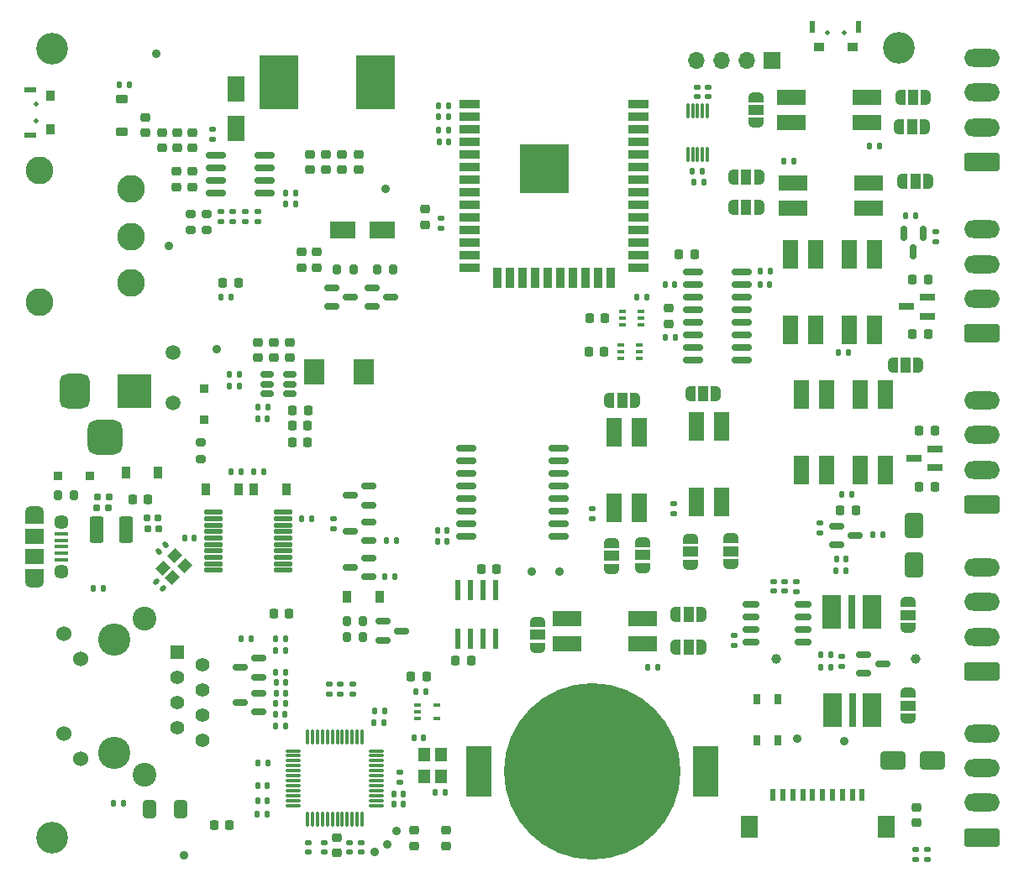
<source format=gbr>
G04 #@! TF.GenerationSoftware,KiCad,Pcbnew,7.0.2*
G04 #@! TF.CreationDate,2023-07-29T12:14:20+03:00*
G04 #@! TF.ProjectId,ELIESTER_V2,454c4945-5354-4455-925f-56322e6b6963,rev?*
G04 #@! TF.SameCoordinates,Original*
G04 #@! TF.FileFunction,Soldermask,Top*
G04 #@! TF.FilePolarity,Negative*
%FSLAX46Y46*%
G04 Gerber Fmt 4.6, Leading zero omitted, Abs format (unit mm)*
G04 Created by KiCad (PCBNEW 7.0.2) date 2023-07-29 12:14:20*
%MOMM*%
%LPD*%
G01*
G04 APERTURE LIST*
G04 Aperture macros list*
%AMRoundRect*
0 Rectangle with rounded corners*
0 $1 Rounding radius*
0 $2 $3 $4 $5 $6 $7 $8 $9 X,Y pos of 4 corners*
0 Add a 4 corners polygon primitive as box body*
4,1,4,$2,$3,$4,$5,$6,$7,$8,$9,$2,$3,0*
0 Add four circle primitives for the rounded corners*
1,1,$1+$1,$2,$3*
1,1,$1+$1,$4,$5*
1,1,$1+$1,$6,$7*
1,1,$1+$1,$8,$9*
0 Add four rect primitives between the rounded corners*
20,1,$1+$1,$2,$3,$4,$5,0*
20,1,$1+$1,$4,$5,$6,$7,0*
20,1,$1+$1,$6,$7,$8,$9,0*
20,1,$1+$1,$8,$9,$2,$3,0*%
%AMRotRect*
0 Rectangle, with rotation*
0 The origin of the aperture is its center*
0 $1 length*
0 $2 width*
0 $3 Rotation angle, in degrees counterclockwise*
0 Add horizontal line*
21,1,$1,$2,0,0,$3*%
%AMFreePoly0*
4,1,19,0.550000,-0.750000,0.000000,-0.750000,0.000000,-0.744911,-0.071157,-0.744911,-0.207708,-0.704816,-0.327430,-0.627875,-0.420627,-0.520320,-0.479746,-0.390866,-0.500000,-0.250000,-0.500000,0.250000,-0.479746,0.390866,-0.420627,0.520320,-0.327430,0.627875,-0.207708,0.704816,-0.071157,0.744911,0.000000,0.744911,0.000000,0.750000,0.550000,0.750000,0.550000,-0.750000,0.550000,-0.750000,
$1*%
%AMFreePoly1*
4,1,19,0.000000,0.744911,0.071157,0.744911,0.207708,0.704816,0.327430,0.627875,0.420627,0.520320,0.479746,0.390866,0.500000,0.250000,0.500000,-0.250000,0.479746,-0.390866,0.420627,-0.520320,0.327430,-0.627875,0.207708,-0.704816,0.071157,-0.744911,0.000000,-0.744911,0.000000,-0.750000,-0.550000,-0.750000,-0.550000,0.750000,0.000000,0.750000,0.000000,0.744911,0.000000,0.744911,
$1*%
G04 Aperture macros list end*
%ADD10RoundRect,0.250001X-0.462499X-1.074999X0.462499X-1.074999X0.462499X1.074999X-0.462499X1.074999X0*%
%ADD11C,1.500000*%
%ADD12RoundRect,0.135000X-0.185000X0.135000X-0.185000X-0.135000X0.185000X-0.135000X0.185000X0.135000X0*%
%ADD13RoundRect,0.075000X0.075000X-0.650000X0.075000X0.650000X-0.075000X0.650000X-0.075000X-0.650000X0*%
%ADD14FreePoly0,0.000000*%
%ADD15R,1.000000X1.500000*%
%ADD16FreePoly1,0.000000*%
%ADD17RoundRect,0.225000X0.225000X0.250000X-0.225000X0.250000X-0.225000X-0.250000X0.225000X-0.250000X0*%
%ADD18R,0.900000X0.950000*%
%ADD19RoundRect,0.140000X0.170000X-0.140000X0.170000X0.140000X-0.170000X0.140000X-0.170000X-0.140000X0*%
%ADD20RoundRect,0.140000X-0.140000X-0.170000X0.140000X-0.170000X0.140000X0.170000X-0.140000X0.170000X0*%
%ADD21RoundRect,0.135000X0.135000X0.185000X-0.135000X0.185000X-0.135000X-0.185000X0.135000X-0.185000X0*%
%ADD22RoundRect,0.225000X0.250000X-0.225000X0.250000X0.225000X-0.250000X0.225000X-0.250000X-0.225000X0*%
%ADD23R,2.500000X1.800000*%
%ADD24RoundRect,0.200000X0.200000X0.275000X-0.200000X0.275000X-0.200000X-0.275000X0.200000X-0.275000X0*%
%ADD25R,3.500000X3.500000*%
%ADD26RoundRect,0.750000X-0.750000X-1.000000X0.750000X-1.000000X0.750000X1.000000X-0.750000X1.000000X0*%
%ADD27RoundRect,0.875000X-0.875000X-0.875000X0.875000X-0.875000X0.875000X0.875000X-0.875000X0.875000X0*%
%ADD28RoundRect,0.135000X0.185000X-0.135000X0.185000X0.135000X-0.185000X0.135000X-0.185000X-0.135000X0*%
%ADD29RoundRect,0.135000X-0.135000X-0.185000X0.135000X-0.185000X0.135000X0.185000X-0.135000X0.185000X0*%
%ADD30R,1.950000X3.500000*%
%ADD31R,0.800000X3.400000*%
%ADD32C,3.200000*%
%ADD33RoundRect,0.218750X-0.218750X-0.256250X0.218750X-0.256250X0.218750X0.256250X-0.218750X0.256250X0*%
%ADD34RoundRect,0.200000X0.275000X-0.200000X0.275000X0.200000X-0.275000X0.200000X-0.275000X-0.200000X0*%
%ADD35RoundRect,0.140000X-0.170000X0.140000X-0.170000X-0.140000X0.170000X-0.140000X0.170000X0.140000X0*%
%ADD36RoundRect,0.140000X0.140000X0.170000X-0.140000X0.170000X-0.140000X-0.170000X0.140000X-0.170000X0*%
%ADD37RoundRect,0.150000X-0.587500X-0.150000X0.587500X-0.150000X0.587500X0.150000X-0.587500X0.150000X0*%
%ADD38RoundRect,0.155000X-0.212500X-0.155000X0.212500X-0.155000X0.212500X0.155000X-0.212500X0.155000X0*%
%ADD39RoundRect,0.250000X0.412500X0.650000X-0.412500X0.650000X-0.412500X-0.650000X0.412500X-0.650000X0*%
%ADD40RoundRect,0.140000X-0.021213X0.219203X-0.219203X0.021213X0.021213X-0.219203X0.219203X-0.021213X0*%
%ADD41FreePoly0,180.000000*%
%ADD42FreePoly1,180.000000*%
%ADD43FreePoly0,270.000000*%
%ADD44R,1.500000X1.000000*%
%ADD45FreePoly1,270.000000*%
%ADD46R,0.900000X1.200000*%
%ADD47RoundRect,0.250000X1.550000X-0.650000X1.550000X0.650000X-1.550000X0.650000X-1.550000X-0.650000X0*%
%ADD48O,3.600000X1.800000*%
%ADD49R,1.600000X3.000000*%
%ADD50RoundRect,0.250000X-1.000000X-0.650000X1.000000X-0.650000X1.000000X0.650000X-1.000000X0.650000X0*%
%ADD51RoundRect,0.155000X0.212500X0.155000X-0.212500X0.155000X-0.212500X-0.155000X0.212500X-0.155000X0*%
%ADD52FreePoly0,90.000000*%
%ADD53FreePoly1,90.000000*%
%ADD54RoundRect,0.150000X0.587500X0.150000X-0.587500X0.150000X-0.587500X-0.150000X0.587500X-0.150000X0*%
%ADD55C,0.500000*%
%ADD56R,1.000000X0.900000*%
%ADD57R,0.600000X1.200000*%
%ADD58RoundRect,0.225000X-0.250000X0.225000X-0.250000X-0.225000X0.250000X-0.225000X0.250000X0.225000X0*%
%ADD59RoundRect,0.150000X0.875000X0.150000X-0.875000X0.150000X-0.875000X-0.150000X0.875000X-0.150000X0*%
%ADD60RoundRect,0.075000X-0.662500X-0.075000X0.662500X-0.075000X0.662500X0.075000X-0.662500X0.075000X0*%
%ADD61RoundRect,0.075000X-0.075000X-0.662500X0.075000X-0.662500X0.075000X0.662500X-0.075000X0.662500X0*%
%ADD62R,2.000000X2.500000*%
%ADD63R,0.650000X0.400000*%
%ADD64RoundRect,0.070000X0.650000X0.300000X-0.650000X0.300000X-0.650000X-0.300000X0.650000X-0.300000X0*%
%ADD65R,1.800000X2.500000*%
%ADD66RoundRect,0.200000X-0.275000X0.200000X-0.275000X-0.200000X0.275000X-0.200000X0.275000X0.200000X0*%
%ADD67RoundRect,0.218750X0.218750X0.256250X-0.218750X0.256250X-0.218750X-0.256250X0.218750X-0.256250X0*%
%ADD68RoundRect,0.218750X0.256250X-0.218750X0.256250X0.218750X-0.256250X0.218750X-0.256250X-0.218750X0*%
%ADD69R,4.000000X5.500000*%
%ADD70R,1.350000X0.400000*%
%ADD71O,1.900000X1.200000*%
%ADD72R,1.900000X1.200000*%
%ADD73C,1.450000*%
%ADD74R,1.900000X1.500000*%
%ADD75R,1.700000X1.700000*%
%ADD76O,1.700000X1.700000*%
%ADD77RoundRect,0.200000X-0.200000X-0.275000X0.200000X-0.275000X0.200000X0.275000X-0.200000X0.275000X0*%
%ADD78RoundRect,0.125000X-0.825000X-0.125000X0.825000X-0.125000X0.825000X0.125000X-0.825000X0.125000X0*%
%ADD79RoundRect,0.225000X-0.225000X-0.250000X0.225000X-0.250000X0.225000X0.250000X-0.225000X0.250000X0*%
%ADD80RoundRect,0.140000X0.219203X0.021213X0.021213X0.219203X-0.219203X-0.021213X-0.021213X-0.219203X0*%
%ADD81R,3.000000X1.600000*%
%ADD82R,0.900000X1.000000*%
%ADD83R,1.200000X0.600000*%
%ADD84C,0.900000*%
%ADD85R,0.950000X0.900000*%
%ADD86C,2.800000*%
%ADD87RoundRect,0.250000X-0.650000X1.000000X-0.650000X-1.000000X0.650000X-1.000000X0.650000X1.000000X0*%
%ADD88R,2.000000X0.900000*%
%ADD89R,0.900000X2.000000*%
%ADD90R,5.000000X5.000000*%
%ADD91C,3.250000*%
%ADD92R,1.400000X1.400000*%
%ADD93C,1.400000*%
%ADD94C,1.530000*%
%ADD95C,2.400000*%
%ADD96RoundRect,0.150000X-0.825000X-0.150000X0.825000X-0.150000X0.825000X0.150000X-0.825000X0.150000X0*%
%ADD97R,0.650000X1.050000*%
%ADD98R,0.600000X2.000000*%
%ADD99RoundRect,0.150000X-0.675000X-0.150000X0.675000X-0.150000X0.675000X0.150000X-0.675000X0.150000X0*%
%ADD100RoundRect,0.150000X-0.150000X0.587500X-0.150000X-0.587500X0.150000X-0.587500X0.150000X0.587500X0*%
%ADD101R,0.600000X1.300000*%
%ADD102R,1.800000X2.200000*%
%ADD103RotRect,1.150000X1.000000X225.000000*%
%ADD104R,1.200000X1.400000*%
%ADD105R,2.500000X5.100000*%
%ADD106C,17.800000*%
%ADD107RoundRect,0.150000X0.512500X0.150000X-0.512500X0.150000X-0.512500X-0.150000X0.512500X-0.150000X0*%
%ADD108RoundRect,0.225000X0.375000X-0.225000X0.375000X0.225000X-0.375000X0.225000X-0.375000X-0.225000X0*%
%ADD109C,1.000000*%
G04 APERTURE END LIST*
D10*
X168452500Y-106760000D03*
X171427500Y-106760000D03*
D11*
X176200000Y-88880000D03*
X176200000Y-93980000D03*
D12*
X183450000Y-74690000D03*
X183450000Y-75710000D03*
D13*
X228050000Y-68950000D03*
X228550000Y-68950000D03*
X229050000Y-68950000D03*
X229550000Y-68950000D03*
X230050000Y-68950000D03*
X230050000Y-64550000D03*
X229550000Y-64550000D03*
X229050000Y-64550000D03*
X228550000Y-64550000D03*
X228050000Y-64550000D03*
D14*
X249705000Y-71690000D03*
D15*
X251005000Y-71690000D03*
D16*
X252305000Y-71690000D03*
D17*
X219725000Y-85450000D03*
X218175000Y-85450000D03*
D18*
X164625000Y-101400000D03*
X167775000Y-101400000D03*
D19*
X239000000Y-113010000D03*
X239000000Y-112050000D03*
D20*
X200470000Y-127800000D03*
X201430000Y-127800000D03*
D21*
X251010000Y-75150000D03*
X249990000Y-75150000D03*
D22*
X186362500Y-89425000D03*
X186362500Y-87875000D03*
D23*
X193290000Y-76575000D03*
X197290000Y-76575000D03*
D24*
X166225000Y-103350000D03*
X164575000Y-103350000D03*
D12*
X218400000Y-104640000D03*
X218400000Y-105660000D03*
D21*
X188510000Y-72800000D03*
X187490000Y-72800000D03*
D25*
X172300000Y-92800000D03*
D26*
X166300000Y-92800000D03*
D27*
X169300000Y-97500000D03*
D28*
X232750000Y-118510000D03*
X232750000Y-117490000D03*
D12*
X226650000Y-104140000D03*
X226650000Y-105160000D03*
D29*
X170190000Y-134350000D03*
X171210000Y-134350000D03*
X243540000Y-103200000D03*
X244560000Y-103200000D03*
D14*
X232655000Y-71240000D03*
D15*
X233955000Y-71240000D03*
D16*
X235255000Y-71240000D03*
D30*
X242612500Y-124950000D03*
X246662500Y-124950000D03*
D31*
X244637500Y-124950000D03*
D32*
X164000000Y-58300000D03*
D20*
X235370000Y-82050000D03*
X236330000Y-82050000D03*
D22*
X175050000Y-68275000D03*
X175050000Y-66725000D03*
D33*
X243425000Y-104800000D03*
X245000000Y-104800000D03*
D19*
X230150000Y-63100000D03*
X230150000Y-62140000D03*
D20*
X198445000Y-133450000D03*
X199405000Y-133450000D03*
D17*
X189775000Y-94740000D03*
X188225000Y-94740000D03*
D12*
X199025000Y-131290000D03*
X199025000Y-132310000D03*
D34*
X178980000Y-99655000D03*
X178980000Y-98005000D03*
D35*
X181050000Y-74720000D03*
X181050000Y-75680000D03*
D36*
X243980000Y-110900000D03*
X243020000Y-110900000D03*
X185655000Y-132650000D03*
X184695000Y-132650000D03*
D37*
X192212500Y-82400000D03*
X192212500Y-84300000D03*
X194087500Y-83350000D03*
X197362500Y-116050000D03*
X197362500Y-117950000D03*
X199237500Y-117000000D03*
D38*
X173552500Y-105610000D03*
X174687500Y-105610000D03*
D39*
X176962500Y-135000000D03*
X173837500Y-135000000D03*
D40*
X174710589Y-109014411D03*
X175389411Y-108335589D03*
D41*
X251970000Y-66155000D03*
D15*
X250670000Y-66155000D03*
D42*
X249370000Y-66155000D03*
D43*
X220350000Y-108150000D03*
D44*
X220350000Y-109450000D03*
D45*
X220350000Y-110750000D03*
D29*
X184665000Y-135450000D03*
X185685000Y-135450000D03*
X181852500Y-91100000D03*
X182872500Y-91100000D03*
D36*
X226780000Y-87400000D03*
X225820000Y-87400000D03*
D37*
X196212500Y-82400000D03*
X196212500Y-84300000D03*
X198087500Y-83350000D03*
D36*
X177370000Y-107625000D03*
X178330000Y-107625000D03*
D46*
X193750000Y-113600000D03*
X197050000Y-113600000D03*
D47*
X257735000Y-104250000D03*
D48*
X257735000Y-100750000D03*
X257735000Y-97250000D03*
X257735000Y-93750000D03*
D49*
X244380000Y-86610000D03*
X246920000Y-86610000D03*
X246920000Y-78990000D03*
X244380000Y-78990000D03*
D50*
X248700000Y-130050000D03*
X252700000Y-130050000D03*
D51*
X169627500Y-104600000D03*
X168492500Y-104600000D03*
D19*
X182200000Y-75680000D03*
X182200000Y-74720000D03*
D12*
X194300000Y-122380000D03*
X194300000Y-123400000D03*
D35*
X251050000Y-139070000D03*
X251050000Y-140030000D03*
D52*
X232400000Y-110250000D03*
D44*
X232400000Y-108950000D03*
D53*
X232400000Y-107650000D03*
D54*
X195887500Y-111550000D03*
X195887500Y-109650000D03*
X194012500Y-110600000D03*
D49*
X245480000Y-100810000D03*
X248020000Y-100810000D03*
X248020000Y-93190000D03*
X245480000Y-93190000D03*
D19*
X229050000Y-63130000D03*
X229050000Y-62170000D03*
D49*
X239530000Y-100760000D03*
X242070000Y-100760000D03*
X242070000Y-93140000D03*
X239530000Y-93140000D03*
D29*
X200675000Y-123100000D03*
X201695000Y-123100000D03*
D19*
X195125000Y-139330000D03*
X195125000Y-138370000D03*
D55*
X242100000Y-56700000D03*
X243800000Y-56700000D03*
D56*
X241250000Y-58100000D03*
X244650000Y-58100000D03*
D57*
X240650000Y-56100000D03*
X245250000Y-56100000D03*
D58*
X176550000Y-70675000D03*
X176550000Y-72225000D03*
D29*
X187490000Y-73950000D03*
X188510000Y-73950000D03*
D59*
X215050000Y-107445000D03*
X215050000Y-106175000D03*
X215050000Y-104905000D03*
X215050000Y-103635000D03*
X215050000Y-102365000D03*
X215050000Y-101095000D03*
X215050000Y-99825000D03*
X215050000Y-98555000D03*
X205750000Y-98555000D03*
X205750000Y-99825000D03*
X205750000Y-101095000D03*
X205750000Y-102365000D03*
X205750000Y-103635000D03*
X205750000Y-104905000D03*
X205750000Y-106175000D03*
X205750000Y-107445000D03*
D60*
X188325000Y-129100000D03*
X188325000Y-129600000D03*
X188325000Y-130100000D03*
X188325000Y-130600000D03*
X188325000Y-131100000D03*
X188325000Y-131600000D03*
X188325000Y-132100000D03*
X188325000Y-132600000D03*
X188325000Y-133100000D03*
X188325000Y-133600000D03*
X188325000Y-134100000D03*
X188325000Y-134600000D03*
D61*
X189737500Y-136012500D03*
X190237500Y-136012500D03*
X190737500Y-136012500D03*
X191237500Y-136012500D03*
X191737500Y-136012500D03*
X192237500Y-136012500D03*
X192737500Y-136012500D03*
X193237500Y-136012500D03*
X193737500Y-136012500D03*
X194237500Y-136012500D03*
X194737500Y-136012500D03*
X195237500Y-136012500D03*
D60*
X196650000Y-134600000D03*
X196650000Y-134100000D03*
X196650000Y-133600000D03*
X196650000Y-133100000D03*
X196650000Y-132600000D03*
X196650000Y-132100000D03*
X196650000Y-131600000D03*
X196650000Y-131100000D03*
X196650000Y-130600000D03*
X196650000Y-130100000D03*
X196650000Y-129600000D03*
X196650000Y-129100000D03*
D61*
X195237500Y-127687500D03*
X194737500Y-127687500D03*
X194237500Y-127687500D03*
X193737500Y-127687500D03*
X193237500Y-127687500D03*
X192737500Y-127687500D03*
X192237500Y-127687500D03*
X191737500Y-127687500D03*
X191237500Y-127687500D03*
X190737500Y-127687500D03*
X190237500Y-127687500D03*
X189737500Y-127687500D03*
D36*
X203930000Y-64000000D03*
X202970000Y-64000000D03*
D62*
X190370000Y-90840000D03*
X195370000Y-90840000D03*
D63*
X200835000Y-124500000D03*
X200835000Y-125150000D03*
X200835000Y-125800000D03*
X202735000Y-125800000D03*
X202735000Y-124500000D03*
D54*
X184800000Y-121650000D03*
X184800000Y-119750000D03*
X182925000Y-120700000D03*
D29*
X170780000Y-61950000D03*
X171800000Y-61950000D03*
D64*
X252937500Y-100550000D03*
X252937500Y-98650000D03*
X250837500Y-99600000D03*
D63*
X223200000Y-89500000D03*
X223200000Y-88850000D03*
X223200000Y-88200000D03*
X221300000Y-88200000D03*
X221300000Y-88850000D03*
X221300000Y-89500000D03*
D46*
X174700000Y-101000000D03*
X171400000Y-101000000D03*
D43*
X250300000Y-123250000D03*
D44*
X250300000Y-124550000D03*
D45*
X250300000Y-125850000D03*
D21*
X229560000Y-70600000D03*
X228540000Y-70600000D03*
D36*
X244030000Y-109770000D03*
X243070000Y-109770000D03*
X203945000Y-67630000D03*
X202985000Y-67630000D03*
D22*
X178125000Y-68275000D03*
X178125000Y-66725000D03*
D65*
X182550000Y-66300000D03*
X182550000Y-62300000D03*
D66*
X179600000Y-74925000D03*
X179600000Y-76575000D03*
D67*
X181875000Y-136600000D03*
X180300000Y-136600000D03*
D29*
X186540000Y-121150000D03*
X187560000Y-121150000D03*
D36*
X187530000Y-122200000D03*
X186570000Y-122200000D03*
D49*
X238430000Y-86610000D03*
X240970000Y-86610000D03*
X240970000Y-78990000D03*
X238430000Y-78990000D03*
D29*
X241452500Y-119400000D03*
X242472500Y-119400000D03*
D41*
X229450000Y-115350000D03*
D15*
X228150000Y-115350000D03*
D42*
X226850000Y-115350000D03*
D58*
X190690000Y-78800000D03*
X190690000Y-80350000D03*
D68*
X201550000Y-76037500D03*
X201550000Y-74462500D03*
D69*
X186825000Y-61635000D03*
X196625000Y-61635000D03*
D70*
X164912500Y-107200000D03*
X164912500Y-107850000D03*
X164912500Y-108500000D03*
X164912500Y-109150000D03*
X164912500Y-109800000D03*
D71*
X162212500Y-105000000D03*
D72*
X162212500Y-105600000D03*
D73*
X164912500Y-106000000D03*
D74*
X162212500Y-107500000D03*
X162212500Y-109500000D03*
D73*
X164912500Y-111000000D03*
D72*
X162212500Y-111400000D03*
D71*
X162212500Y-112000000D03*
D21*
X229710000Y-71750000D03*
X228690000Y-71750000D03*
D20*
X186570000Y-123300000D03*
X187530000Y-123300000D03*
D22*
X187962500Y-89425000D03*
X187962500Y-87875000D03*
D32*
X164000000Y-137900000D03*
D21*
X182860000Y-92350000D03*
X181840000Y-92350000D03*
D54*
X184800000Y-125200000D03*
X184800000Y-123300000D03*
X182925000Y-124250000D03*
D17*
X189750000Y-97940000D03*
X188200000Y-97940000D03*
D58*
X194900000Y-68925000D03*
X194900000Y-70475000D03*
D17*
X219625000Y-88850000D03*
X218075000Y-88850000D03*
D46*
X184350000Y-102725000D03*
X187650000Y-102725000D03*
D33*
X250712500Y-81550000D03*
X252287500Y-81550000D03*
D12*
X191950000Y-122330000D03*
X191950000Y-123350000D03*
D20*
X202620000Y-133300000D03*
X203580000Y-133300000D03*
D75*
X236530000Y-59475000D03*
D76*
X233990000Y-59475000D03*
X231450000Y-59475000D03*
X228910000Y-59475000D03*
D36*
X203820000Y-106905000D03*
X202860000Y-106905000D03*
D21*
X184290000Y-100925000D03*
X185310000Y-100925000D03*
D77*
X192725000Y-80550000D03*
X194375000Y-80550000D03*
D29*
X186540000Y-117800000D03*
X187560000Y-117800000D03*
D47*
X257735000Y-121100000D03*
D48*
X257735000Y-117600000D03*
X257735000Y-114100000D03*
X257735000Y-110600000D03*
D28*
X243612500Y-120610000D03*
X243612500Y-119590000D03*
D41*
X252070000Y-63155000D03*
D15*
X250770000Y-63155000D03*
D42*
X249470000Y-63155000D03*
D12*
X192350000Y-105690000D03*
X192350000Y-106710000D03*
D29*
X186540000Y-118950000D03*
X187560000Y-118950000D03*
D43*
X223550000Y-108050000D03*
D44*
X223550000Y-109350000D03*
D45*
X223550000Y-110650000D03*
D78*
X187250000Y-105025000D03*
X187250000Y-105675000D03*
X187250000Y-106325000D03*
X187250000Y-106975000D03*
X187250000Y-107625000D03*
X187250000Y-108275000D03*
X187250000Y-108925000D03*
X187250000Y-109575000D03*
X187250000Y-110225000D03*
X187250000Y-110875000D03*
X180250000Y-110875000D03*
X180250000Y-110225000D03*
X180250000Y-109575000D03*
X180250000Y-108925000D03*
X180250000Y-108275000D03*
X180250000Y-107625000D03*
X180250000Y-106975000D03*
X180250000Y-106325000D03*
X180250000Y-105675000D03*
X180250000Y-105025000D03*
D35*
X189800000Y-138370000D03*
X189800000Y-139330000D03*
D33*
X251400000Y-102500000D03*
X252975000Y-102500000D03*
D19*
X180175000Y-67400000D03*
X180175000Y-66440000D03*
D36*
X203930000Y-65150000D03*
X202970000Y-65150000D03*
D68*
X200500000Y-138687500D03*
X200500000Y-137112500D03*
D29*
X183060000Y-100925000D03*
X182040000Y-100925000D03*
D79*
X207250000Y-110800000D03*
X208800000Y-110800000D03*
D36*
X185655000Y-134100000D03*
X184695000Y-134100000D03*
D80*
X174460589Y-112035589D03*
X175139411Y-112714411D03*
D54*
X195887500Y-107900000D03*
X195887500Y-106000000D03*
X194012500Y-106950000D03*
D20*
X235390000Y-80750000D03*
X236350000Y-80750000D03*
D52*
X250300000Y-116700000D03*
D44*
X250300000Y-115400000D03*
D53*
X250300000Y-114100000D03*
D29*
X186490000Y-126600000D03*
X187510000Y-126600000D03*
X196415000Y-126250000D03*
X197435000Y-126250000D03*
D81*
X238690000Y-71830000D03*
X238690000Y-74370000D03*
X246310000Y-74370000D03*
X246310000Y-71830000D03*
D17*
X189750000Y-96320000D03*
X188200000Y-96320000D03*
D35*
X193975000Y-138370000D03*
X193975000Y-139330000D03*
D51*
X169737500Y-103460000D03*
X168602500Y-103460000D03*
D35*
X191400000Y-138370000D03*
X191400000Y-139330000D03*
D28*
X203200000Y-76360000D03*
X203200000Y-75340000D03*
D55*
X162400000Y-65550000D03*
X162400000Y-63850000D03*
D82*
X163800000Y-66400000D03*
X163800000Y-63000000D03*
D83*
X161800000Y-62400000D03*
X161800000Y-67000000D03*
D58*
X178150000Y-70675000D03*
X178150000Y-72225000D03*
D35*
X252200000Y-139070000D03*
X252200000Y-140030000D03*
D84*
X198700000Y-137200000D03*
D77*
X193675000Y-116000000D03*
X195325000Y-116000000D03*
D54*
X195937500Y-104300000D03*
X195937500Y-102400000D03*
X194062500Y-103350000D03*
D29*
X186490000Y-124350000D03*
X187510000Y-124350000D03*
X202955000Y-66480000D03*
X203975000Y-66480000D03*
D85*
X179330000Y-95670000D03*
X179330000Y-92520000D03*
D14*
X232655000Y-74240000D03*
D15*
X233955000Y-74240000D03*
D16*
X235255000Y-74240000D03*
D84*
X212350000Y-111000000D03*
D68*
X203700000Y-138687500D03*
X203700000Y-137112500D03*
D21*
X238715000Y-69640000D03*
X237695000Y-69640000D03*
D86*
X171950000Y-81925000D03*
X171950000Y-77200000D03*
X171950000Y-72400000D03*
X162750000Y-70550000D03*
X162750000Y-83850000D03*
D29*
X243240000Y-88950000D03*
X244260000Y-88950000D03*
D37*
X243062500Y-106450000D03*
X243062500Y-108350000D03*
X244937500Y-107400000D03*
D87*
X250900000Y-106350000D03*
X250900000Y-110350000D03*
D17*
X206200000Y-120000000D03*
X204650000Y-120000000D03*
D22*
X173400000Y-66775000D03*
X173400000Y-65225000D03*
D29*
X196465000Y-125050000D03*
X197485000Y-125050000D03*
D88*
X206065000Y-63880000D03*
X206065000Y-65150000D03*
X206065000Y-66420000D03*
X206065000Y-67690000D03*
X206065000Y-68960000D03*
X206065000Y-70230000D03*
X206065000Y-71500000D03*
X206065000Y-72770000D03*
X206065000Y-74040000D03*
X206065000Y-75310000D03*
X206065000Y-76580000D03*
X206065000Y-77850000D03*
X206065000Y-79120000D03*
X206065000Y-80390000D03*
D89*
X208850000Y-81390000D03*
X210120000Y-81390000D03*
X211390000Y-81390000D03*
X212660000Y-81390000D03*
X213930000Y-81390000D03*
X215200000Y-81390000D03*
X216470000Y-81390000D03*
X217740000Y-81390000D03*
X219010000Y-81390000D03*
X220280000Y-81390000D03*
D88*
X223065000Y-80390000D03*
X223065000Y-79120000D03*
X223065000Y-77850000D03*
X223065000Y-76580000D03*
X223065000Y-75310000D03*
X223065000Y-74040000D03*
X223065000Y-72770000D03*
X223065000Y-71500000D03*
X223065000Y-70230000D03*
X223065000Y-68960000D03*
X223065000Y-67690000D03*
X223065000Y-66420000D03*
X223065000Y-65150000D03*
X223065000Y-63880000D03*
D90*
X213565000Y-70380000D03*
D22*
X176575000Y-68275000D03*
X176575000Y-66725000D03*
D84*
X196500000Y-139300000D03*
D20*
X186520000Y-125400000D03*
X187480000Y-125400000D03*
D46*
X182800000Y-102725000D03*
X179500000Y-102725000D03*
D20*
X198415000Y-134450000D03*
X199375000Y-134450000D03*
D91*
X170280000Y-117900000D03*
X170280000Y-129330000D03*
D92*
X176630000Y-119170000D03*
D93*
X179170000Y-120440000D03*
X176630000Y-121710000D03*
X179170000Y-122980000D03*
X176630000Y-124250000D03*
X179170000Y-125520000D03*
X176630000Y-126790000D03*
X179170000Y-128060000D03*
D94*
X165200000Y-117290000D03*
X166900000Y-119830000D03*
X165200000Y-127400000D03*
X166900000Y-129940000D03*
D95*
X173330000Y-115740000D03*
X173330000Y-131490000D03*
D21*
X181997500Y-83300000D03*
X180977500Y-83300000D03*
D14*
X248700000Y-90150000D03*
D15*
X250000000Y-90150000D03*
D16*
X251300000Y-90150000D03*
D22*
X184762500Y-89450000D03*
X184762500Y-87900000D03*
D96*
X228575000Y-80805000D03*
X228575000Y-82075000D03*
X228575000Y-83345000D03*
X228575000Y-84615000D03*
X228575000Y-85885000D03*
X228575000Y-87155000D03*
X228575000Y-88425000D03*
X228575000Y-89695000D03*
X233525000Y-89695000D03*
X233525000Y-88425000D03*
X233525000Y-87155000D03*
X233525000Y-85885000D03*
X233525000Y-84615000D03*
X233525000Y-83345000D03*
X233525000Y-82075000D03*
X233525000Y-80805000D03*
D29*
X197540000Y-111550000D03*
X198560000Y-111550000D03*
D21*
X223960000Y-83350000D03*
X222940000Y-83350000D03*
D30*
X242575000Y-115100000D03*
X246625000Y-115100000D03*
D31*
X244600000Y-115100000D03*
D58*
X193225000Y-68910000D03*
X193225000Y-70460000D03*
D28*
X241400000Y-107110000D03*
X241400000Y-106090000D03*
D29*
X168140000Y-112750000D03*
X169160000Y-112750000D03*
D96*
X180475000Y-68995000D03*
X180475000Y-70265000D03*
X180475000Y-71535000D03*
X180475000Y-72805000D03*
X185425000Y-72805000D03*
X185425000Y-71535000D03*
X185425000Y-70265000D03*
X185425000Y-68995000D03*
D58*
X226150000Y-84475000D03*
X226150000Y-86025000D03*
D97*
X237150000Y-123900000D03*
X237150000Y-128050000D03*
X235000000Y-123900000D03*
X235000000Y-128050000D03*
D41*
X230900000Y-93100000D03*
D15*
X229600000Y-93100000D03*
D42*
X228300000Y-93100000D03*
D41*
X222750000Y-93750000D03*
D15*
X221450000Y-93750000D03*
D42*
X220150000Y-93750000D03*
D52*
X228300000Y-110300000D03*
D44*
X228300000Y-109000000D03*
D53*
X228300000Y-107700000D03*
D20*
X190130000Y-105675000D03*
X189170000Y-105675000D03*
D33*
X251400000Y-96800000D03*
X252975000Y-96800000D03*
D98*
X208655000Y-112900000D03*
X207385000Y-112900000D03*
X206115000Y-112900000D03*
X204845000Y-112900000D03*
X204845000Y-117800000D03*
X206115000Y-117800000D03*
X207385000Y-117800000D03*
X208655000Y-117800000D03*
D33*
X250712500Y-87100000D03*
X252287500Y-87100000D03*
D20*
X184730000Y-95600000D03*
X185690000Y-95600000D03*
D81*
X246110000Y-65720000D03*
X246110000Y-63180000D03*
X238490000Y-63180000D03*
X238490000Y-65720000D03*
D63*
X223350000Y-86100000D03*
X223350000Y-85450000D03*
X223350000Y-84800000D03*
X221450000Y-84800000D03*
X221450000Y-85450000D03*
X221450000Y-86100000D03*
D29*
X246370000Y-68105000D03*
X247390000Y-68105000D03*
D49*
X228930000Y-104010000D03*
X231470000Y-104010000D03*
X231470000Y-96390000D03*
X228930000Y-96390000D03*
D19*
X236750000Y-113000000D03*
X236750000Y-112040000D03*
D36*
X185730000Y-130300000D03*
X184770000Y-130300000D03*
D84*
X243850000Y-128150000D03*
D38*
X173602500Y-106720000D03*
X174737500Y-106720000D03*
D47*
X257735000Y-69695000D03*
D48*
X257735000Y-66195000D03*
X257735000Y-62695000D03*
X257735000Y-59195000D03*
D20*
X183070000Y-117800000D03*
X184030000Y-117800000D03*
D41*
X229450000Y-118650000D03*
D15*
X228150000Y-118650000D03*
D42*
X226850000Y-118650000D03*
D22*
X251100000Y-136375000D03*
X251100000Y-134825000D03*
D84*
X175750000Y-78200000D03*
D34*
X177950000Y-76575000D03*
X177950000Y-74925000D03*
D36*
X203800000Y-107955000D03*
X202840000Y-107955000D03*
D29*
X241452500Y-120700000D03*
X242472500Y-120700000D03*
D84*
X174500000Y-58750000D03*
D47*
X257735000Y-137825000D03*
D48*
X257735000Y-134325000D03*
X257735000Y-130825000D03*
X257735000Y-127325000D03*
D58*
X189100000Y-78800000D03*
X189100000Y-80350000D03*
D77*
X196725000Y-80550000D03*
X198375000Y-80550000D03*
D99*
X234437500Y-114345000D03*
X234437500Y-115615000D03*
X234437500Y-116885000D03*
X234437500Y-118155000D03*
X239687500Y-118155000D03*
X239687500Y-116885000D03*
X239687500Y-115615000D03*
X239687500Y-114345000D03*
D33*
X186312500Y-115250000D03*
X187887500Y-115250000D03*
D100*
X251750000Y-76862500D03*
X249850000Y-76862500D03*
X250800000Y-78737500D03*
D29*
X246740000Y-107300000D03*
X247760000Y-107300000D03*
D101*
X236650000Y-133550000D03*
X237650000Y-133550000D03*
X238650000Y-133550000D03*
X239650000Y-133550000D03*
X240650000Y-133550000D03*
X241650000Y-133550000D03*
X242650000Y-133550000D03*
X243650000Y-133550000D03*
X244650000Y-133550000D03*
X245650000Y-133550000D03*
D102*
X234250000Y-136800000D03*
X248050000Y-136800000D03*
D103*
X177363693Y-110401256D03*
X176126256Y-111638693D03*
X175136307Y-110648744D03*
X176373744Y-109411307D03*
D58*
X189950000Y-68925000D03*
X189950000Y-70475000D03*
D19*
X237780000Y-112980000D03*
X237780000Y-112020000D03*
D104*
X201475000Y-129450000D03*
X201475000Y-131650000D03*
X203175000Y-131650000D03*
X203175000Y-129450000D03*
D22*
X192690000Y-139385000D03*
X192690000Y-137835000D03*
D29*
X224050000Y-120650000D03*
X225070000Y-120650000D03*
D84*
X197600000Y-72450000D03*
D77*
X193675000Y-117600000D03*
X195325000Y-117600000D03*
D12*
X193070000Y-122330000D03*
X193070000Y-123350000D03*
D64*
X252200000Y-85250000D03*
X252200000Y-83350000D03*
X250100000Y-84300000D03*
D17*
X228725000Y-79050000D03*
X227175000Y-79050000D03*
D105*
X207000000Y-131150000D03*
X229900000Y-131150000D03*
D106*
X218450000Y-131150000D03*
D84*
X239100000Y-127900000D03*
D49*
X220630000Y-104560000D03*
X223170000Y-104560000D03*
X223170000Y-96940000D03*
X220630000Y-96940000D03*
D67*
X182787500Y-81900000D03*
X181212500Y-81900000D03*
D47*
X257735000Y-87000000D03*
D48*
X257735000Y-83500000D03*
X257735000Y-80000000D03*
X257735000Y-76500000D03*
D36*
X226730000Y-82050000D03*
X225770000Y-82050000D03*
D84*
X215100000Y-111000000D03*
X197800000Y-138500000D03*
D35*
X184750000Y-74720000D03*
X184750000Y-75680000D03*
D84*
X177300000Y-139600000D03*
D37*
X245812500Y-119400000D03*
X245812500Y-121300000D03*
X247687500Y-120350000D03*
D21*
X198710000Y-107900000D03*
X197690000Y-107900000D03*
D33*
X172092500Y-103760000D03*
X173667500Y-103760000D03*
D84*
X180550000Y-88600000D03*
D33*
X200162500Y-121600000D03*
X201737500Y-121600000D03*
D21*
X185720000Y-94450000D03*
X184700000Y-94450000D03*
D58*
X191550000Y-68925000D03*
X191550000Y-70475000D03*
D43*
X212950000Y-116100000D03*
D44*
X212950000Y-117400000D03*
D45*
X212950000Y-118700000D03*
D12*
X253100000Y-76730000D03*
X253100000Y-77750000D03*
D107*
X187950000Y-93050000D03*
X187950000Y-92100000D03*
X187950000Y-91150000D03*
X185675000Y-91150000D03*
X185675000Y-92100000D03*
X185675000Y-93050000D03*
D81*
X223510000Y-118320000D03*
X223510000Y-115780000D03*
X215890000Y-115780000D03*
X215890000Y-118320000D03*
D43*
X234970000Y-63155000D03*
D44*
X234970000Y-64455000D03*
D45*
X234970000Y-65755000D03*
D108*
X171050000Y-66650000D03*
X171050000Y-63350000D03*
D32*
X249300000Y-58150000D03*
D109*
X251000000Y-119850000D03*
X237000000Y-119850000D03*
M02*

</source>
